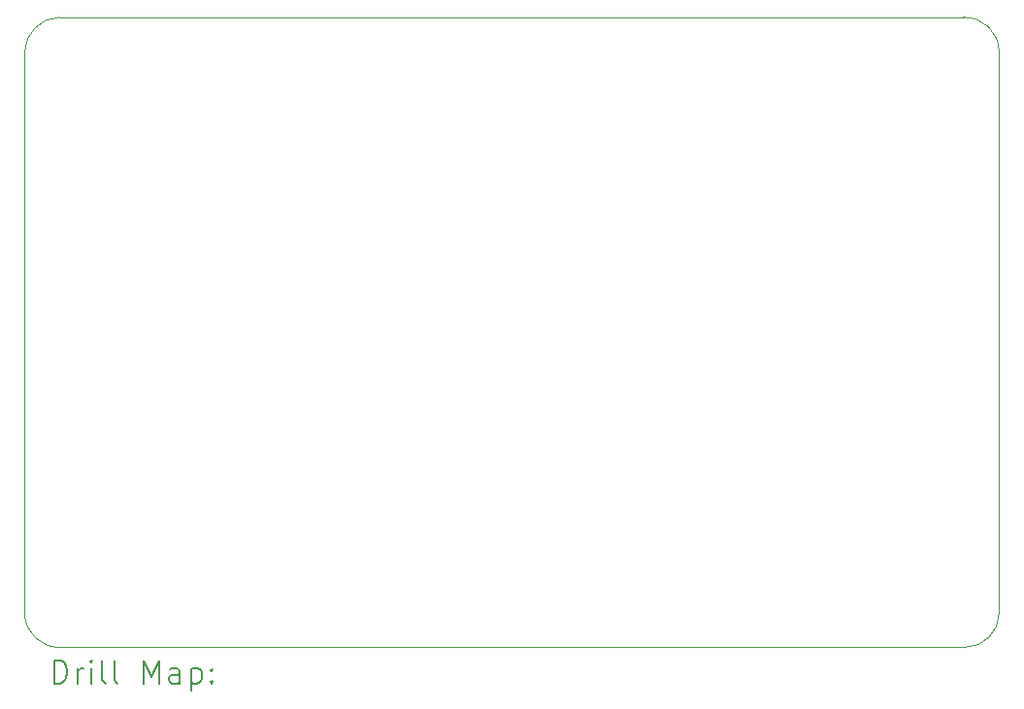
<source format=gbr>
%TF.GenerationSoftware,KiCad,Pcbnew,8.0.8-8.0.8-0~ubuntu22.04.1*%
%TF.CreationDate,2025-02-19T20:51:55+01:00*%
%TF.ProjectId,LO_synth_ADF4351_module,4c4f5f73-796e-4746-985f-414446343335,rev?*%
%TF.SameCoordinates,Original*%
%TF.FileFunction,Drillmap*%
%TF.FilePolarity,Positive*%
%FSLAX45Y45*%
G04 Gerber Fmt 4.5, Leading zero omitted, Abs format (unit mm)*
G04 Created by KiCad (PCBNEW 8.0.8-8.0.8-0~ubuntu22.04.1) date 2025-02-19 20:51:55*
%MOMM*%
%LPD*%
G01*
G04 APERTURE LIST*
%ADD10C,0.050000*%
%ADD11C,0.200000*%
G04 APERTURE END LIST*
D10*
X6299764Y-3700000D02*
G75*
G02*
X6599991Y-3399765I312366J-12130D01*
G01*
X14487878Y-3400245D02*
G75*
G02*
X14800000Y-3700000I12122J-299755D01*
G01*
X14800000Y-8600000D02*
G75*
G02*
X14500000Y-8900000I-300000J0D01*
G01*
X14500000Y-8900000D02*
X6612132Y-8900000D01*
X6300000Y-8600000D02*
X6300000Y-3700000D01*
X14800000Y-3700000D02*
X14800000Y-8600000D01*
X6600000Y-3400000D02*
X14487878Y-3400245D01*
X6612132Y-8900000D02*
G75*
G02*
X6299755Y-8600000I-12132J300000D01*
G01*
D11*
X6558032Y-9214229D02*
X6558032Y-9014229D01*
X6558032Y-9014229D02*
X6605651Y-9014229D01*
X6605651Y-9014229D02*
X6634222Y-9023753D01*
X6634222Y-9023753D02*
X6653270Y-9042800D01*
X6653270Y-9042800D02*
X6662793Y-9061848D01*
X6662793Y-9061848D02*
X6672317Y-9099943D01*
X6672317Y-9099943D02*
X6672317Y-9128515D01*
X6672317Y-9128515D02*
X6662793Y-9166610D01*
X6662793Y-9166610D02*
X6653270Y-9185658D01*
X6653270Y-9185658D02*
X6634222Y-9204705D01*
X6634222Y-9204705D02*
X6605651Y-9214229D01*
X6605651Y-9214229D02*
X6558032Y-9214229D01*
X6758032Y-9214229D02*
X6758032Y-9080896D01*
X6758032Y-9118991D02*
X6767555Y-9099943D01*
X6767555Y-9099943D02*
X6777079Y-9090419D01*
X6777079Y-9090419D02*
X6796127Y-9080896D01*
X6796127Y-9080896D02*
X6815174Y-9080896D01*
X6881841Y-9214229D02*
X6881841Y-9080896D01*
X6881841Y-9014229D02*
X6872317Y-9023753D01*
X6872317Y-9023753D02*
X6881841Y-9033277D01*
X6881841Y-9033277D02*
X6891365Y-9023753D01*
X6891365Y-9023753D02*
X6881841Y-9014229D01*
X6881841Y-9014229D02*
X6881841Y-9033277D01*
X7005651Y-9214229D02*
X6986603Y-9204705D01*
X6986603Y-9204705D02*
X6977079Y-9185658D01*
X6977079Y-9185658D02*
X6977079Y-9014229D01*
X7110412Y-9214229D02*
X7091365Y-9204705D01*
X7091365Y-9204705D02*
X7081841Y-9185658D01*
X7081841Y-9185658D02*
X7081841Y-9014229D01*
X7338984Y-9214229D02*
X7338984Y-9014229D01*
X7338984Y-9014229D02*
X7405651Y-9157086D01*
X7405651Y-9157086D02*
X7472317Y-9014229D01*
X7472317Y-9014229D02*
X7472317Y-9214229D01*
X7653270Y-9214229D02*
X7653270Y-9109467D01*
X7653270Y-9109467D02*
X7643746Y-9090419D01*
X7643746Y-9090419D02*
X7624698Y-9080896D01*
X7624698Y-9080896D02*
X7586603Y-9080896D01*
X7586603Y-9080896D02*
X7567555Y-9090419D01*
X7653270Y-9204705D02*
X7634222Y-9214229D01*
X7634222Y-9214229D02*
X7586603Y-9214229D01*
X7586603Y-9214229D02*
X7567555Y-9204705D01*
X7567555Y-9204705D02*
X7558032Y-9185658D01*
X7558032Y-9185658D02*
X7558032Y-9166610D01*
X7558032Y-9166610D02*
X7567555Y-9147562D01*
X7567555Y-9147562D02*
X7586603Y-9138039D01*
X7586603Y-9138039D02*
X7634222Y-9138039D01*
X7634222Y-9138039D02*
X7653270Y-9128515D01*
X7748508Y-9080896D02*
X7748508Y-9280896D01*
X7748508Y-9090419D02*
X7767555Y-9080896D01*
X7767555Y-9080896D02*
X7805651Y-9080896D01*
X7805651Y-9080896D02*
X7824698Y-9090419D01*
X7824698Y-9090419D02*
X7834222Y-9099943D01*
X7834222Y-9099943D02*
X7843746Y-9118991D01*
X7843746Y-9118991D02*
X7843746Y-9176134D01*
X7843746Y-9176134D02*
X7834222Y-9195181D01*
X7834222Y-9195181D02*
X7824698Y-9204705D01*
X7824698Y-9204705D02*
X7805651Y-9214229D01*
X7805651Y-9214229D02*
X7767555Y-9214229D01*
X7767555Y-9214229D02*
X7748508Y-9204705D01*
X7929460Y-9195181D02*
X7938984Y-9204705D01*
X7938984Y-9204705D02*
X7929460Y-9214229D01*
X7929460Y-9214229D02*
X7919936Y-9204705D01*
X7919936Y-9204705D02*
X7929460Y-9195181D01*
X7929460Y-9195181D02*
X7929460Y-9214229D01*
X7929460Y-9090419D02*
X7938984Y-9099943D01*
X7938984Y-9099943D02*
X7929460Y-9109467D01*
X7929460Y-9109467D02*
X7919936Y-9099943D01*
X7919936Y-9099943D02*
X7929460Y-9090419D01*
X7929460Y-9090419D02*
X7929460Y-9109467D01*
M02*

</source>
